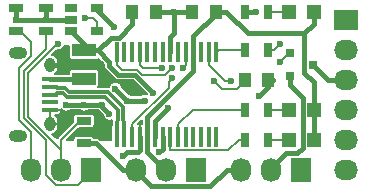
<source format=gtl>
G04 #@! TF.FileFunction,Copper,L1,Top,Signal*
%FSLAX46Y46*%
G04 Gerber Fmt 4.6, Leading zero omitted, Abs format (unit mm)*
G04 Created by KiCad (PCBNEW 4.0.0-stable) date Wednesday, March 30, 2016 'PMt' 02:33:30 PM*
%MOMM*%
G01*
G04 APERTURE LIST*
%ADD10C,0.100000*%
%ADD11R,1.000000X1.250000*%
%ADD12R,1.198880X1.198880*%
%ADD13R,2.029460X1.140460*%
%ADD14R,1.350000X0.400000*%
%ADD15O,0.950000X1.250000*%
%ADD16O,1.550000X1.000000*%
%ADD17R,1.727200X2.032000*%
%ADD18O,1.727200X2.032000*%
%ADD19R,2.032000X1.727200*%
%ADD20O,2.032000X1.727200*%
%ADD21R,0.800100X0.800100*%
%ADD22R,1.300000X0.700000*%
%ADD23R,0.700000X1.300000*%
%ADD24R,1.060000X0.650000*%
%ADD25R,0.450000X1.750000*%
%ADD26C,0.600000*%
%ADD27C,0.400000*%
%ADD28C,0.200000*%
%ADD29C,0.304800*%
G04 APERTURE END LIST*
D10*
D11*
X20590000Y9525000D03*
X22590000Y9525000D03*
D12*
X26449020Y6985000D03*
X24350980Y6985000D03*
X26449020Y4445000D03*
X24350980Y4445000D03*
D13*
X6985000Y9591040D03*
X6985000Y11998960D03*
D14*
X4102540Y9555900D03*
X4102540Y8905900D03*
X4102540Y8255900D03*
X4102540Y7605900D03*
X4102540Y6955900D03*
D15*
X4102540Y10755900D03*
X4102540Y5755900D03*
D16*
X1402540Y11755900D03*
X1402540Y4755900D03*
D17*
X16510000Y1905000D03*
D18*
X13970000Y1905000D03*
X11430000Y1905000D03*
D17*
X7620000Y1905000D03*
D18*
X5080000Y1905000D03*
X2540000Y1905000D03*
D19*
X29210000Y14605000D03*
D20*
X29210000Y12065000D03*
X29210000Y9525000D03*
X29210000Y6985000D03*
X29210000Y4445000D03*
X29210000Y1905000D03*
D17*
X25400000Y1905000D03*
D18*
X22860000Y1905000D03*
X20320000Y1905000D03*
D21*
X24399240Y11745000D03*
X24399240Y9845000D03*
X26398220Y10795000D03*
D22*
X3810000Y13655000D03*
X3810000Y15555000D03*
X6985000Y4130000D03*
X6985000Y6030000D03*
X1270000Y13655000D03*
X1270000Y15555000D03*
D23*
X20640000Y12065000D03*
X22540000Y12065000D03*
X20640000Y6985000D03*
X22540000Y6985000D03*
X20640000Y4445000D03*
X22540000Y4445000D03*
D24*
X5885000Y15555000D03*
X5885000Y14605000D03*
X5885000Y13655000D03*
X8085000Y13655000D03*
X8085000Y15555000D03*
D25*
X18195000Y11855000D03*
X17545000Y11855000D03*
X16895000Y11855000D03*
X16245000Y11855000D03*
X15595000Y11855000D03*
X14945000Y11855000D03*
X14295000Y11855000D03*
X13645000Y11855000D03*
X12995000Y11855000D03*
X12345000Y11855000D03*
X11695000Y11855000D03*
X11045000Y11855000D03*
X10395000Y11855000D03*
X9745000Y11855000D03*
X9745000Y4655000D03*
X10395000Y4655000D03*
X11045000Y4655000D03*
X11695000Y4655000D03*
X12345000Y4655000D03*
X12995000Y4655000D03*
X13645000Y4655000D03*
X14295000Y4655000D03*
X14945000Y4655000D03*
X15595000Y4655000D03*
X16245000Y4655000D03*
X16895000Y4655000D03*
X17545000Y4655000D03*
X18195000Y4655000D03*
D11*
X11065000Y15240000D03*
X13065000Y15240000D03*
D12*
X26449020Y15240000D03*
X24350980Y15240000D03*
D23*
X20640000Y15240000D03*
X22540000Y15240000D03*
D11*
X18145000Y15240000D03*
X16145000Y15240000D03*
D26*
X12115446Y7747000D03*
X10668000Y7747000D03*
X9144000Y6604000D03*
X9652000Y8763000D03*
X8509000Y7366000D03*
X6985000Y7366000D03*
X5461000Y7366000D03*
X14097000Y7112000D03*
X12827000Y8382000D03*
X6985000Y10795000D03*
X10287000Y3048000D03*
X13360855Y3350084D03*
X21844000Y8128000D03*
X21590000Y15240000D03*
X14605000Y15240000D03*
X3810000Y14605000D03*
X1270000Y14605000D03*
X9525000Y13970000D03*
X7112000Y14732000D03*
X4826000Y12573000D03*
X23622000Y12573000D03*
X14478000Y9652000D03*
X18034000Y9398000D03*
X13589000Y10527598D03*
X15367000Y10541000D03*
X19431000Y9398000D03*
X14478000Y10527598D03*
X23622000Y11049000D03*
D27*
X6985000Y7366000D02*
X5461000Y7366000D01*
X10668000Y7747000D02*
X12115446Y7747000D01*
X12115446Y7747000D02*
X12153723Y7708723D01*
X9652000Y8763000D02*
X10668000Y7747000D01*
X8509000Y7366000D02*
X8509000Y7239000D01*
X8509000Y7239000D02*
X9144000Y6604000D01*
X6985000Y7366000D02*
X8509000Y7366000D01*
X12995000Y6010000D02*
X14097000Y7112000D01*
X12995000Y4655000D02*
X12995000Y6010000D01*
X10922000Y9906000D02*
X11303000Y9906000D01*
X11303000Y9906000D02*
X12827000Y8382000D01*
X9144000Y10668000D02*
X9144000Y11009598D01*
X9144000Y11009598D02*
X8154638Y11998960D01*
X9906000Y9906000D02*
X9144000Y10668000D01*
X10922000Y9906000D02*
X9906000Y9906000D01*
X11065000Y15240000D02*
X11065000Y14215000D01*
X11065000Y14215000D02*
X9932401Y13082401D01*
X9932401Y13082401D02*
X9238079Y13082401D01*
X9238079Y13082401D02*
X8154638Y11998960D01*
X8154638Y11998960D02*
X6985000Y11998960D01*
X6985000Y11998960D02*
X6985000Y12555000D01*
X6985000Y12555000D02*
X5885000Y13655000D01*
X6985000Y10795000D02*
X4141640Y10795000D01*
X4141640Y10795000D02*
X4102540Y10755900D01*
X11695000Y4655000D02*
X11695000Y3570678D01*
X11695000Y3570678D02*
X11551921Y3427599D01*
X11551921Y3427599D02*
X10666599Y3427599D01*
X10666599Y3427599D02*
X10287000Y3048000D01*
X13645000Y4655000D02*
X13645000Y3634229D01*
X13645000Y3634229D02*
X13360855Y3350084D01*
X22590000Y9525000D02*
X22590000Y8874000D01*
X22590000Y8874000D02*
X21844000Y8128000D01*
X22590000Y9525000D02*
X22987000Y9525000D01*
X20640000Y15240000D02*
X21590000Y15240000D01*
X14605000Y13440000D02*
X14605000Y15240000D01*
X14295000Y11855000D02*
X14295000Y13130000D01*
X14295000Y13130000D02*
X14605000Y13440000D01*
X13065000Y15240000D02*
X14605000Y15240000D01*
X16145000Y15240000D02*
X14605000Y15240000D01*
X3810000Y14605000D02*
X1270000Y14605000D01*
X5885000Y14605000D02*
X3810000Y14605000D01*
X3810000Y15555000D02*
X3810000Y14605000D01*
X1270000Y15555000D02*
X1270000Y14605000D01*
X12345000Y5930000D02*
X12345000Y4655000D01*
X12345000Y6325556D02*
X12345000Y5930000D01*
X16245000Y10225556D02*
X12345000Y6325556D01*
X16245000Y11855000D02*
X16245000Y10225556D01*
X13820000Y1905000D02*
X13970000Y1905000D01*
X12345000Y3380000D02*
X13820000Y1905000D01*
X12345000Y4655000D02*
X12345000Y3380000D01*
X25645769Y13437309D02*
X20847691Y13437309D01*
X19045000Y15240000D02*
X18145000Y15240000D01*
X20847691Y13437309D02*
X19045000Y15240000D01*
X26449020Y6985000D02*
X26449020Y9309778D01*
X25645769Y10113029D02*
X25645769Y13437309D01*
X26449020Y14240560D02*
X26449020Y15240000D01*
X26449020Y9309778D02*
X25645769Y10113029D01*
X25645769Y13437309D02*
X26449020Y14240560D01*
X26449020Y4445000D02*
X26449020Y6985000D01*
X18145000Y15240000D02*
X18145000Y15115000D01*
X16245000Y13130000D02*
X16245000Y11855000D01*
X18145000Y15115000D02*
X16245000Y13215000D01*
X16245000Y13215000D02*
X16245000Y13130000D01*
D28*
X22540000Y6985000D02*
X24350980Y6985000D01*
X22540000Y4445000D02*
X24350980Y4445000D01*
D27*
X4102540Y9555900D02*
X6949860Y9555900D01*
X6949860Y9555900D02*
X6985000Y9591040D01*
D29*
X5715000Y8483600D02*
X5389100Y8809500D01*
X5389100Y8809500D02*
X4673940Y8809500D01*
X4673940Y8809500D02*
X4577540Y8905900D01*
X4577540Y8905900D02*
X4102540Y8905900D01*
X8984688Y8483600D02*
X5715000Y8483600D01*
X10298600Y7169688D02*
X8984688Y8483600D01*
X10395000Y4655000D02*
X10395000Y5967500D01*
X10298600Y6063900D02*
X10298600Y7169688D01*
X10395000Y5967500D02*
X10298600Y6063900D01*
X4577540Y8255900D02*
X4102540Y8255900D01*
X9745000Y4655000D02*
X9745000Y5967500D01*
X9745000Y5967500D02*
X9841400Y6063900D01*
X9841400Y6063900D02*
X9841400Y6980312D01*
X9841400Y6980312D02*
X8795312Y8026400D01*
X8795312Y8026400D02*
X5525622Y8026400D01*
X5525622Y8026400D02*
X5199722Y8352300D01*
X5199722Y8352300D02*
X4673940Y8352300D01*
X4673940Y8352300D02*
X4577540Y8255900D01*
D27*
X12674600Y508000D02*
X17659400Y508000D01*
X17659400Y508000D02*
X19056400Y1905000D01*
X19056400Y1905000D02*
X20320000Y1905000D01*
X11430000Y1905000D02*
X11430000Y1752600D01*
X11430000Y1752600D02*
X12674600Y508000D01*
X8085000Y15555000D02*
X8085000Y15410000D01*
X8085000Y15410000D02*
X9525000Y13970000D01*
X6985000Y4130000D02*
X8035000Y4130000D01*
X8035000Y4130000D02*
X10260000Y1905000D01*
X10260000Y1905000D02*
X11430000Y1905000D01*
D28*
X1933589Y6247754D02*
X1933590Y10264047D01*
X6503990Y636590D02*
X4617734Y636590D01*
X7620000Y1752600D02*
X6503990Y636590D01*
X7620000Y1905000D02*
X7620000Y1752600D01*
X3810000Y13105000D02*
X3810000Y13655000D01*
X3810000Y12140457D02*
X3810000Y13105000D01*
X1933590Y10264047D02*
X3810000Y12140457D01*
X3810000Y4371343D02*
X1933589Y6247754D01*
X3810000Y1444324D02*
X3810000Y4371343D01*
X4617734Y636590D02*
X3810000Y1444324D01*
X7747000Y14732000D02*
X8085000Y14394000D01*
X8085000Y14394000D02*
X8085000Y13655000D01*
X7112000Y14732000D02*
X7747000Y14732000D01*
X2286000Y6393727D02*
X2286000Y10118073D01*
X2286000Y10118073D02*
X4740927Y12573000D01*
X4740927Y12573000D02*
X4826000Y12573000D01*
X5080000Y1905000D02*
X5080000Y3599727D01*
X5080000Y3599727D02*
X2286000Y6393727D01*
X5080000Y1905000D02*
X5080000Y4425000D01*
X5080000Y4425000D02*
X6685000Y6030000D01*
X6685000Y6030000D02*
X6985000Y6030000D01*
X1270000Y13655000D02*
X1570000Y13655000D01*
X1570000Y13655000D02*
X2540000Y12685000D01*
X2540000Y12685000D02*
X2540000Y11554292D01*
X2540000Y11554292D02*
X1524000Y10538292D01*
X1524000Y10538292D02*
X1524000Y6096000D01*
X1524000Y6096000D02*
X2540000Y5080000D01*
X2540000Y5080000D02*
X2540000Y1905000D01*
D27*
X29210000Y9525000D02*
X27668220Y9525000D01*
X27668220Y9525000D02*
X26398220Y10795000D01*
D28*
X22540000Y12065000D02*
X23114000Y12065000D01*
X23114000Y12065000D02*
X23622000Y12573000D01*
X29210000Y6985000D02*
X28953798Y6985000D01*
X22540000Y11765000D02*
X22540000Y12065000D01*
X14178001Y8844001D02*
X14159001Y8844001D01*
X11045000Y5730000D02*
X11045000Y4655000D01*
X14159001Y8844001D02*
X11045000Y5730000D01*
X14478000Y9652000D02*
X14178001Y9352001D01*
X14178001Y9352001D02*
X14178001Y8844001D01*
X19953000Y8763000D02*
X18669000Y8763000D01*
X18669000Y8763000D02*
X18034000Y9398000D01*
X20590000Y9400000D02*
X19953000Y8763000D01*
X20590000Y9525000D02*
X20590000Y9400000D01*
X13589000Y10527598D02*
X11947616Y10527598D01*
X11947616Y10527598D02*
X11947509Y10527491D01*
X11695000Y10780000D02*
X11947509Y10527491D01*
X11695000Y11855000D02*
X11695000Y10780000D01*
X15367000Y10541000D02*
X15595000Y10769000D01*
X15595000Y10769000D02*
X15595000Y11855000D01*
X17545000Y11855000D02*
X17545000Y10780000D01*
X17545000Y10780000D02*
X18927000Y9398000D01*
X18927000Y9398000D02*
X19431000Y9398000D01*
X14178001Y10227599D02*
X14478000Y10527598D01*
X13856402Y9906000D02*
X14178001Y10227599D01*
X11942804Y9906000D02*
X13856402Y9906000D01*
X11490394Y10358411D02*
X11942804Y9906000D01*
X10166589Y10358411D02*
X11490394Y10358411D01*
X9745000Y10780000D02*
X10166589Y10358411D01*
X9745000Y11855000D02*
X9745000Y10780000D01*
X24399240Y11745000D02*
X24318000Y11745000D01*
X24318000Y11745000D02*
X23622000Y11049000D01*
X24691955Y11745000D02*
X24693350Y11743605D01*
X20640000Y12065000D02*
X18405000Y12065000D01*
X18405000Y12065000D02*
X18195000Y11855000D01*
X20640000Y6985000D02*
X16200000Y6985000D01*
X16200000Y6985000D02*
X14945000Y5730000D01*
X14945000Y5730000D02*
X14945000Y4655000D01*
X14295000Y4655000D02*
X14295000Y3580000D01*
X14295000Y3580000D02*
X14347401Y3527599D01*
X14347401Y3527599D02*
X19172599Y3527599D01*
X19172599Y3527599D02*
X20090000Y4445000D01*
X20090000Y4445000D02*
X20640000Y4445000D01*
D27*
X24399240Y9044950D02*
X25497179Y7947011D01*
X24399240Y9845000D02*
X24399240Y9044950D01*
X25497179Y7947011D02*
X25497179Y3757997D01*
X25497179Y3757997D02*
X25060182Y3321000D01*
X25060182Y3321000D02*
X24123600Y3321000D01*
X24123600Y3321000D02*
X22860000Y2057400D01*
X22860000Y2057400D02*
X22860000Y1905000D01*
D28*
X22540000Y15240000D02*
X24350980Y15240000D01*
G36*
X5101246Y6943291D02*
X5190202Y6881465D01*
X5289473Y6838094D01*
X5395277Y6814832D01*
X5503585Y6812563D01*
X5610270Y6831374D01*
X5711270Y6870550D01*
X5779106Y6913600D01*
X6667966Y6913600D01*
X6714202Y6881465D01*
X6813473Y6838094D01*
X6919277Y6814832D01*
X7027585Y6812563D01*
X7134270Y6831374D01*
X7235270Y6870550D01*
X7303106Y6913600D01*
X8191966Y6913600D01*
X8200636Y6907574D01*
X8599914Y6508296D01*
X8610430Y6451001D01*
X8650309Y6350277D01*
X8708993Y6259218D01*
X8784246Y6181291D01*
X8873202Y6119465D01*
X8972473Y6076094D01*
X9078277Y6052832D01*
X9186585Y6050563D01*
X9293270Y6069374D01*
X9363158Y6096482D01*
X9360355Y6087313D01*
X9349046Y6051663D01*
X9348809Y6049549D01*
X9348186Y6047512D01*
X9344411Y6010340D01*
X9340239Y5973152D01*
X9340210Y5968984D01*
X9340203Y5968913D01*
X9340209Y5968846D01*
X9340200Y5967500D01*
X9340200Y5706142D01*
X9305748Y5665719D01*
X9276420Y5600657D01*
X9266379Y5530000D01*
X9266379Y4418000D01*
X8386790Y4418000D01*
X8354895Y4449895D01*
X8322582Y4476438D01*
X8290591Y4503281D01*
X8288510Y4504425D01*
X8286668Y4505938D01*
X8249800Y4525706D01*
X8213219Y4545817D01*
X8210952Y4546536D01*
X8208856Y4547660D01*
X8168872Y4559885D01*
X8129059Y4572514D01*
X8126698Y4572779D01*
X8124421Y4573475D01*
X8082794Y4577703D01*
X8041316Y4582356D01*
X8036674Y4582388D01*
X8036579Y4582398D01*
X8036490Y4582390D01*
X8035000Y4582400D01*
X7866152Y4582400D01*
X7864304Y4588367D01*
X7825035Y4647959D01*
X7770719Y4694252D01*
X7705657Y4723580D01*
X7635000Y4733621D01*
X6335000Y4733621D01*
X6294806Y4730416D01*
X6226633Y4709304D01*
X6167041Y4670035D01*
X6120748Y4615719D01*
X6091420Y4550657D01*
X6081379Y4480000D01*
X6081379Y4418000D01*
X5571368Y4418000D01*
X6579748Y5426379D01*
X7635000Y5426379D01*
X7675194Y5429584D01*
X7743367Y5450696D01*
X7802959Y5489965D01*
X7849252Y5544281D01*
X7878580Y5609343D01*
X7888621Y5680000D01*
X7888621Y6380000D01*
X7885416Y6420194D01*
X7864304Y6488367D01*
X7825035Y6547959D01*
X7770719Y6594252D01*
X7705657Y6623580D01*
X7635000Y6633621D01*
X6335000Y6633621D01*
X6294806Y6630416D01*
X6226633Y6609304D01*
X6167041Y6570035D01*
X6120748Y6515719D01*
X6091420Y6450657D01*
X6081379Y6380000D01*
X6081379Y5924748D01*
X4830816Y4674184D01*
X4810145Y4649020D01*
X4789230Y4624094D01*
X4788339Y4622473D01*
X4787161Y4621039D01*
X4771763Y4592321D01*
X4756097Y4563825D01*
X4755537Y4562060D01*
X4754661Y4560426D01*
X4746320Y4533143D01*
X4543584Y4634511D01*
X4276036Y4902059D01*
X4380900Y4933868D01*
X4506658Y5001086D01*
X4616886Y5091547D01*
X4707348Y5201774D01*
X4774568Y5327531D01*
X4815962Y5463986D01*
X4829940Y5605895D01*
X4829940Y5755895D01*
X4102545Y5755895D01*
X4102545Y5735895D01*
X4102535Y5735895D01*
X4102535Y5755895D01*
X4082535Y5755895D01*
X4082535Y5755905D01*
X4102535Y5755905D01*
X4102535Y6955895D01*
X4102545Y6955895D01*
X4102545Y5755905D01*
X4829940Y5755905D01*
X4829940Y5905905D01*
X4815962Y6047814D01*
X4774568Y6184269D01*
X4707348Y6310026D01*
X4616886Y6420253D01*
X4515448Y6503500D01*
X4802399Y6503500D01*
X4851162Y6513200D01*
X4897096Y6532226D01*
X4938435Y6559848D01*
X4973592Y6595004D01*
X5001214Y6636344D01*
X5020240Y6682277D01*
X5029940Y6731041D01*
X5029940Y6892795D01*
X4966840Y6955895D01*
X4102545Y6955895D01*
X4102535Y6955895D01*
X4082535Y6955895D01*
X4082535Y6955905D01*
X4102535Y6955905D01*
X4102535Y6975905D01*
X4102545Y6975905D01*
X4102545Y6955905D01*
X4966840Y6955905D01*
X5029019Y7018084D01*
X5101246Y6943291D01*
X5101246Y6943291D01*
G37*
X5101246Y6943291D02*
X5190202Y6881465D01*
X5289473Y6838094D01*
X5395277Y6814832D01*
X5503585Y6812563D01*
X5610270Y6831374D01*
X5711270Y6870550D01*
X5779106Y6913600D01*
X6667966Y6913600D01*
X6714202Y6881465D01*
X6813473Y6838094D01*
X6919277Y6814832D01*
X7027585Y6812563D01*
X7134270Y6831374D01*
X7235270Y6870550D01*
X7303106Y6913600D01*
X8191966Y6913600D01*
X8200636Y6907574D01*
X8599914Y6508296D01*
X8610430Y6451001D01*
X8650309Y6350277D01*
X8708993Y6259218D01*
X8784246Y6181291D01*
X8873202Y6119465D01*
X8972473Y6076094D01*
X9078277Y6052832D01*
X9186585Y6050563D01*
X9293270Y6069374D01*
X9363158Y6096482D01*
X9360355Y6087313D01*
X9349046Y6051663D01*
X9348809Y6049549D01*
X9348186Y6047512D01*
X9344411Y6010340D01*
X9340239Y5973152D01*
X9340210Y5968984D01*
X9340203Y5968913D01*
X9340209Y5968846D01*
X9340200Y5967500D01*
X9340200Y5706142D01*
X9305748Y5665719D01*
X9276420Y5600657D01*
X9266379Y5530000D01*
X9266379Y4418000D01*
X8386790Y4418000D01*
X8354895Y4449895D01*
X8322582Y4476438D01*
X8290591Y4503281D01*
X8288510Y4504425D01*
X8286668Y4505938D01*
X8249800Y4525706D01*
X8213219Y4545817D01*
X8210952Y4546536D01*
X8208856Y4547660D01*
X8168872Y4559885D01*
X8129059Y4572514D01*
X8126698Y4572779D01*
X8124421Y4573475D01*
X8082794Y4577703D01*
X8041316Y4582356D01*
X8036674Y4582388D01*
X8036579Y4582398D01*
X8036490Y4582390D01*
X8035000Y4582400D01*
X7866152Y4582400D01*
X7864304Y4588367D01*
X7825035Y4647959D01*
X7770719Y4694252D01*
X7705657Y4723580D01*
X7635000Y4733621D01*
X6335000Y4733621D01*
X6294806Y4730416D01*
X6226633Y4709304D01*
X6167041Y4670035D01*
X6120748Y4615719D01*
X6091420Y4550657D01*
X6081379Y4480000D01*
X6081379Y4418000D01*
X5571368Y4418000D01*
X6579748Y5426379D01*
X7635000Y5426379D01*
X7675194Y5429584D01*
X7743367Y5450696D01*
X7802959Y5489965D01*
X7849252Y5544281D01*
X7878580Y5609343D01*
X7888621Y5680000D01*
X7888621Y6380000D01*
X7885416Y6420194D01*
X7864304Y6488367D01*
X7825035Y6547959D01*
X7770719Y6594252D01*
X7705657Y6623580D01*
X7635000Y6633621D01*
X6335000Y6633621D01*
X6294806Y6630416D01*
X6226633Y6609304D01*
X6167041Y6570035D01*
X6120748Y6515719D01*
X6091420Y6450657D01*
X6081379Y6380000D01*
X6081379Y5924748D01*
X4830816Y4674184D01*
X4810145Y4649020D01*
X4789230Y4624094D01*
X4788339Y4622473D01*
X4787161Y4621039D01*
X4771763Y4592321D01*
X4756097Y4563825D01*
X4755537Y4562060D01*
X4754661Y4560426D01*
X4746320Y4533143D01*
X4543584Y4634511D01*
X4276036Y4902059D01*
X4380900Y4933868D01*
X4506658Y5001086D01*
X4616886Y5091547D01*
X4707348Y5201774D01*
X4774568Y5327531D01*
X4815962Y5463986D01*
X4829940Y5605895D01*
X4829940Y5755895D01*
X4102545Y5755895D01*
X4102545Y5735895D01*
X4102535Y5735895D01*
X4102535Y5755895D01*
X4082535Y5755895D01*
X4082535Y5755905D01*
X4102535Y5755905D01*
X4102535Y6955895D01*
X4102545Y6955895D01*
X4102545Y5755905D01*
X4829940Y5755905D01*
X4829940Y5905905D01*
X4815962Y6047814D01*
X4774568Y6184269D01*
X4707348Y6310026D01*
X4616886Y6420253D01*
X4515448Y6503500D01*
X4802399Y6503500D01*
X4851162Y6513200D01*
X4897096Y6532226D01*
X4938435Y6559848D01*
X4973592Y6595004D01*
X5001214Y6636344D01*
X5020240Y6682277D01*
X5029940Y6731041D01*
X5029940Y6892795D01*
X4966840Y6955895D01*
X4102545Y6955895D01*
X4102535Y6955895D01*
X4082535Y6955895D01*
X4082535Y6955905D01*
X4102535Y6955905D01*
X4102535Y6975905D01*
X4102545Y6975905D01*
X4102545Y6955905D01*
X4966840Y6955905D01*
X5029019Y7018084D01*
X5101246Y6943291D01*
G36*
X11892600Y5782400D02*
X11758105Y5782400D01*
X11695005Y5719300D01*
X11695005Y4655005D01*
X11715005Y4655005D01*
X11715005Y4654995D01*
X11695005Y4654995D01*
X11695005Y4634995D01*
X11694995Y4634995D01*
X11694995Y4654995D01*
X11674995Y4654995D01*
X11674995Y4655005D01*
X11694995Y4655005D01*
X11694995Y5719300D01*
X11631895Y5782400D01*
X11595768Y5782400D01*
X11892600Y6079232D01*
X11892600Y5782400D01*
X11892600Y5782400D01*
G37*
X11892600Y5782400D02*
X11758105Y5782400D01*
X11695005Y5719300D01*
X11695005Y4655005D01*
X11715005Y4655005D01*
X11715005Y4654995D01*
X11695005Y4654995D01*
X11695005Y4634995D01*
X11694995Y4634995D01*
X11694995Y4654995D01*
X11674995Y4654995D01*
X11674995Y4655005D01*
X11694995Y4655005D01*
X11694995Y5719300D01*
X11631895Y5782400D01*
X11595768Y5782400D01*
X11892600Y6079232D01*
X11892600Y5782400D01*
G36*
X5716649Y11428730D02*
X5719854Y11388536D01*
X5740966Y11320363D01*
X5780235Y11260771D01*
X5834551Y11214478D01*
X5899613Y11185150D01*
X5970270Y11175109D01*
X7999730Y11175109D01*
X8039924Y11178314D01*
X8108097Y11199426D01*
X8167689Y11238695D01*
X8213982Y11293011D01*
X8216099Y11297709D01*
X8691600Y10822208D01*
X8691600Y10668000D01*
X8695678Y10626407D01*
X8699320Y10584781D01*
X8699984Y10582496D01*
X8700216Y10580128D01*
X8712299Y10540108D01*
X8723953Y10499993D01*
X8725047Y10497882D01*
X8725735Y10495604D01*
X8745370Y10458675D01*
X8764586Y10421605D01*
X8766068Y10419748D01*
X8767186Y10417646D01*
X8793621Y10385233D01*
X8819670Y10352602D01*
X8822931Y10349296D01*
X8822990Y10349223D01*
X8823057Y10349167D01*
X8824105Y10348105D01*
X9586105Y9586105D01*
X9618418Y9559562D01*
X9650409Y9532719D01*
X9652490Y9531575D01*
X9654332Y9530062D01*
X9691216Y9510285D01*
X9727781Y9490183D01*
X9730046Y9489465D01*
X9732145Y9488339D01*
X9772160Y9476105D01*
X9811941Y9463486D01*
X9814302Y9463221D01*
X9816579Y9462525D01*
X9858206Y9458297D01*
X9899684Y9453644D01*
X9904326Y9453612D01*
X9904421Y9453602D01*
X9904510Y9453610D01*
X9906000Y9453600D01*
X11115610Y9453600D01*
X12282914Y8286296D01*
X12284992Y8274977D01*
X12279586Y8277249D01*
X12173467Y8299032D01*
X12065138Y8299789D01*
X11958726Y8279489D01*
X11858283Y8238908D01*
X11797909Y8199400D01*
X10985184Y8199400D01*
X10932006Y8235269D01*
X10832140Y8277249D01*
X10763439Y8291351D01*
X10196227Y8858563D01*
X10183382Y8923434D01*
X10142100Y9023591D01*
X10082151Y9113822D01*
X10005817Y9190691D01*
X9916006Y9251269D01*
X9816140Y9293249D01*
X9710021Y9315032D01*
X9601692Y9315789D01*
X9495280Y9295489D01*
X9394837Y9254908D01*
X9304189Y9195589D01*
X9226789Y9119794D01*
X9165586Y9030408D01*
X9122910Y8930837D01*
X9109294Y8866780D01*
X9104501Y8868245D01*
X9068851Y8879554D01*
X9066737Y8879791D01*
X9064700Y8880414D01*
X9027528Y8884189D01*
X8990340Y8888361D01*
X8986172Y8888390D01*
X8986101Y8888397D01*
X8986034Y8888391D01*
X8984688Y8888400D01*
X8215474Y8888400D01*
X8243310Y8950153D01*
X8253351Y9020810D01*
X8253351Y10161270D01*
X8250146Y10201464D01*
X8229034Y10269637D01*
X8189765Y10329229D01*
X8135449Y10375522D01*
X8070387Y10404850D01*
X7999730Y10414891D01*
X5970270Y10414891D01*
X5930076Y10411686D01*
X5861903Y10390574D01*
X5802311Y10351305D01*
X5756018Y10296989D01*
X5726690Y10231927D01*
X5716649Y10161270D01*
X5716649Y10008300D01*
X4786132Y10008300D01*
X4777540Y10009521D01*
X4516936Y10009521D01*
X4616886Y10091547D01*
X4707348Y10201774D01*
X4774568Y10327531D01*
X4815962Y10463986D01*
X4829940Y10605895D01*
X4829940Y10755895D01*
X4102545Y10755895D01*
X4102545Y10735895D01*
X4102535Y10735895D01*
X4102535Y10755895D01*
X4082535Y10755895D01*
X4082535Y10755905D01*
X4102535Y10755905D01*
X4102535Y10775905D01*
X4102545Y10775905D01*
X4102545Y10755905D01*
X4829940Y10755905D01*
X4829940Y10905905D01*
X4815962Y11047814D01*
X4774568Y11184269D01*
X4707348Y11310026D01*
X4616886Y11420253D01*
X4506658Y11510714D01*
X4380900Y11577932D01*
X4276036Y11609741D01*
X4701131Y12034836D01*
X4760277Y12021832D01*
X4868585Y12019563D01*
X4975270Y12038374D01*
X5076270Y12077550D01*
X5167737Y12135597D01*
X5246188Y12210304D01*
X5308633Y12298826D01*
X5329636Y12346000D01*
X5716649Y12346000D01*
X5716649Y11428730D01*
X5716649Y11428730D01*
G37*
X5716649Y11428730D02*
X5719854Y11388536D01*
X5740966Y11320363D01*
X5780235Y11260771D01*
X5834551Y11214478D01*
X5899613Y11185150D01*
X5970270Y11175109D01*
X7999730Y11175109D01*
X8039924Y11178314D01*
X8108097Y11199426D01*
X8167689Y11238695D01*
X8213982Y11293011D01*
X8216099Y11297709D01*
X8691600Y10822208D01*
X8691600Y10668000D01*
X8695678Y10626407D01*
X8699320Y10584781D01*
X8699984Y10582496D01*
X8700216Y10580128D01*
X8712299Y10540108D01*
X8723953Y10499993D01*
X8725047Y10497882D01*
X8725735Y10495604D01*
X8745370Y10458675D01*
X8764586Y10421605D01*
X8766068Y10419748D01*
X8767186Y10417646D01*
X8793621Y10385233D01*
X8819670Y10352602D01*
X8822931Y10349296D01*
X8822990Y10349223D01*
X8823057Y10349167D01*
X8824105Y10348105D01*
X9586105Y9586105D01*
X9618418Y9559562D01*
X9650409Y9532719D01*
X9652490Y9531575D01*
X9654332Y9530062D01*
X9691216Y9510285D01*
X9727781Y9490183D01*
X9730046Y9489465D01*
X9732145Y9488339D01*
X9772160Y9476105D01*
X9811941Y9463486D01*
X9814302Y9463221D01*
X9816579Y9462525D01*
X9858206Y9458297D01*
X9899684Y9453644D01*
X9904326Y9453612D01*
X9904421Y9453602D01*
X9904510Y9453610D01*
X9906000Y9453600D01*
X11115610Y9453600D01*
X12282914Y8286296D01*
X12284992Y8274977D01*
X12279586Y8277249D01*
X12173467Y8299032D01*
X12065138Y8299789D01*
X11958726Y8279489D01*
X11858283Y8238908D01*
X11797909Y8199400D01*
X10985184Y8199400D01*
X10932006Y8235269D01*
X10832140Y8277249D01*
X10763439Y8291351D01*
X10196227Y8858563D01*
X10183382Y8923434D01*
X10142100Y9023591D01*
X10082151Y9113822D01*
X10005817Y9190691D01*
X9916006Y9251269D01*
X9816140Y9293249D01*
X9710021Y9315032D01*
X9601692Y9315789D01*
X9495280Y9295489D01*
X9394837Y9254908D01*
X9304189Y9195589D01*
X9226789Y9119794D01*
X9165586Y9030408D01*
X9122910Y8930837D01*
X9109294Y8866780D01*
X9104501Y8868245D01*
X9068851Y8879554D01*
X9066737Y8879791D01*
X9064700Y8880414D01*
X9027528Y8884189D01*
X8990340Y8888361D01*
X8986172Y8888390D01*
X8986101Y8888397D01*
X8986034Y8888391D01*
X8984688Y8888400D01*
X8215474Y8888400D01*
X8243310Y8950153D01*
X8253351Y9020810D01*
X8253351Y10161270D01*
X8250146Y10201464D01*
X8229034Y10269637D01*
X8189765Y10329229D01*
X8135449Y10375522D01*
X8070387Y10404850D01*
X7999730Y10414891D01*
X5970270Y10414891D01*
X5930076Y10411686D01*
X5861903Y10390574D01*
X5802311Y10351305D01*
X5756018Y10296989D01*
X5726690Y10231927D01*
X5716649Y10161270D01*
X5716649Y10008300D01*
X4786132Y10008300D01*
X4777540Y10009521D01*
X4516936Y10009521D01*
X4616886Y10091547D01*
X4707348Y10201774D01*
X4774568Y10327531D01*
X4815962Y10463986D01*
X4829940Y10605895D01*
X4829940Y10755895D01*
X4102545Y10755895D01*
X4102545Y10735895D01*
X4102535Y10735895D01*
X4102535Y10755895D01*
X4082535Y10755895D01*
X4082535Y10755905D01*
X4102535Y10755905D01*
X4102535Y10775905D01*
X4102545Y10775905D01*
X4102545Y10755905D01*
X4829940Y10755905D01*
X4829940Y10905905D01*
X4815962Y11047814D01*
X4774568Y11184269D01*
X4707348Y11310026D01*
X4616886Y11420253D01*
X4506658Y11510714D01*
X4380900Y11577932D01*
X4276036Y11609741D01*
X4701131Y12034836D01*
X4760277Y12021832D01*
X4868585Y12019563D01*
X4975270Y12038374D01*
X5076270Y12077550D01*
X5167737Y12135597D01*
X5246188Y12210304D01*
X5308633Y12298826D01*
X5329636Y12346000D01*
X5716649Y12346000D01*
X5716649Y11428730D01*
M02*

</source>
